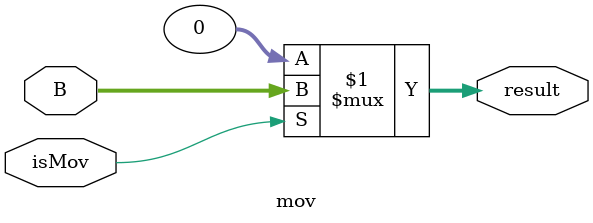
<source format=v>
module ALU(
    input [31:0] A,
    input [31:0] B,
    input [31:0] imm,
    input isImmediate,
    input isAdd,
    input isSub,
    input isCmp,
    input isMul,
    input isDiv,
    input isMod,
    input isLsl,
    input isLsr,
    input isAsr,
    input isOr,
    input isNot,
    input isAnd,
    input isMov,
    output Eq,
    output Gt,
    output wrFlag,
    input clk,
    output [31:0] aluResult
);

    wire [31:0] Bin;
    wire [31:0] out [0:4];

    mux2to1 mux_inst1 (
        .Bin(Bin),
        .isImmediate(isImmediate),
        .B(B),
        .imm(imm)
    );

    add add_inst (
        .A(A),
        .Bin(Bin),
        .result(out[0]),
        .isAdd(isAdd),
        .isSub(isSub),
        .isMul(isMul),
        .isCmp(isCmp),
        .wrFlag(wrFlag),
        .clk(clk)
    );

   // mul mul_inst (
     //   .A(A),
       // .Bin(Bin),
        //.isMul(isMul),
        //.result(out[1])
    //);

    divmod div_inst (
        .A(A),
        .Bin(Bin),
        .isDiv(isDiv),
        .isMod(isMod),
        .result(out[1])
    );

    shift shift_inst (
        .A(A),
        .Bin(Bin),
        .isLsl(isLsl),
        .isLsr(isLsr),
        .isAsr(isAsr),
        .result(out[2])
    );

    logic logic_inst (
        .A(A),
        .Bin(Bin),
        .isOr(isOr),
        .isAnd(isAnd),
        .isNot(isNot),
        .result(out[3])
    );

    mov mov_inst (
        .B(Bin),
        .isMov(isMov),
        .result(out[4])
    );
    
    mux5to1 mux_inst2 (
        .out(aluResult),
        .in0(out[0]),
        .in1(out[1]),
        .in2(out[2]),
        .in3(out[3]),
        .in4(out[4]),
        .sel(aluSel)
    );

    assign aluResult = out[0] | out[1] | out[2] | out[3] | out[4] ; // simplistic output selection

endmodule

module mux5to1 (
    output reg [31:0] out,
    input [31:0] in0,
    input [31:0] in1,
    input [31:0] in2,
    input [31:0] in3,
    input [31:0] in4,
    input [2:0] sel
);
    always @(*) begin
        case (sel)
            0: out <= in0;
            1: out <= in1;
            2: out <= in2;
            3: out <= in3;
            4: out <= in4;
           
            default: ;
        endcase
    end
endmodule

// Mux
module mux2to1(
    output reg [31:0] Bin,
    input isImmediate,
    input [31:0] B,
    input [31:0] imm
);
    always @(*) begin
        Bin = isImmediate ? imm : B;
    end
endmodule

//flag
module flags (
    output reg flagE,
    flagGt,
    input Eq,
    Gt,
    wr,
    clk,
    rst
);
    reg [1:0] flagRegister;  // flagRegister[0] is Equal

    always @(posedge clk) begin
        if (rst) begin
            flagRegister[0] = 0;
            flagRegister[1] = 0;
        end else if (wr) begin
            flagRegister[0] = Eq;
            flagRegister[1] = Gt;
        end
        flagE  = flagRegister[0];
        flagGt = flagRegister[1];

    end
endmodule


// ADD/SUB/MUL
module add(
    input [31:0] A,
    input [31:0] Bin,
    input isAdd,
    isSub,
    isCmp,
    isMul,
    output wrFlag,
    output [31:0] result
);
    assign wrFlag = isCmp;
    assign result = isSub ? A - Bin : (isAdd ? A + Bin : (isMul ? A * Bin : 0));
    assign Eq = isCmp ? (A == Bin ? 1 : 0) : 0;
    assign Gt = isCmp ? (A > Bin ? 1 : 0) : 0;
endmodule

// MUL
//module mul(
  //  input [31:0] A,
    //input [31:0] Bin,
    //input isMul,
    //output [31:0] result
//);
  //  assign result = isMul ? A * Bin : 0;
//endmodule

// DIV/MOD
module divmod(
    input [31:0] A,
    input [31:0] Bin,
    input isDiv,
    input isMod,
    output [31:0] result
);
    assign result = isMod ? A % Bin : (isDiv ? A / Bin : 0);
endmodule

// SHIFT
module shift(
    input [31:0] A,
    input [31:0] Bin,
    input isLsl,
    input isLsr,
    input isAsr,
    output reg [31:0] result
);
    always @(*) begin
        if (isLsl)
            result = A << Bin;
        else if (isLsr)
            result = A >> Bin;
        else if (isAsr)
            result = A >>> Bin;
        else
            result = 0;
    end
endmodule

// LOGIC
module logic(
    input [31:0] A,
    input [31:0] Bin,
    input isOr,
    input isAnd,
    input isNot,
    output [31:0] result
);
    assign result = isOr ? (A | Bin) : (isAnd ? (A & Bin) : (isNot ? ~A : 0));
endmodule

// MOV
module mov(
    input [31:0] B,
    input isMov,
    output [31:0] result
);
    assign result = isMov ? B : 0;
endmodule

</source>
